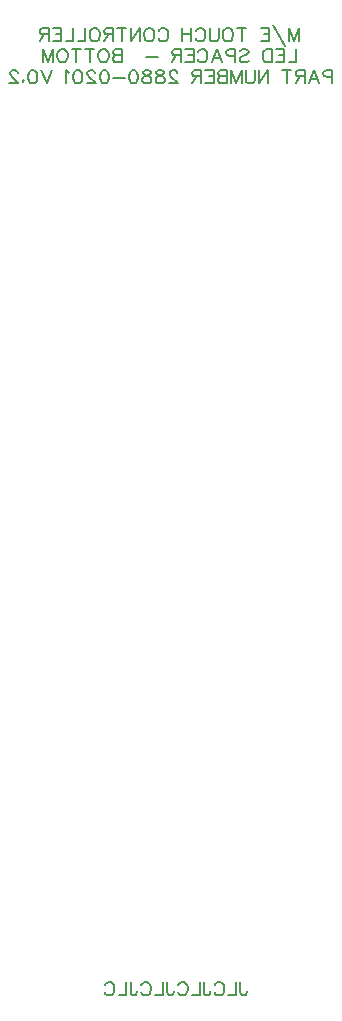
<source format=gbo>
G04 Layer: BottomSilkscreenLayer*
G04 EasyEDA v6.5.29, 2023-07-16 15:11:24*
G04 a3ca0482f5684a12bc140179fe400ff7,5a6b42c53f6a479593ecc07194224c93,10*
G04 Gerber Generator version 0.2*
G04 Scale: 100 percent, Rotated: No, Reflected: No *
G04 Dimensions in millimeters *
G04 leading zeros omitted , absolute positions ,4 integer and 5 decimal *
%FSLAX45Y45*%
%MOMM*%

%ADD10C,0.2032*%

%LPD*%
D10*
X13512800Y10877989D02*
G01*
X13512800Y10763445D01*
X13512800Y10877989D02*
G01*
X13469162Y10763445D01*
X13425528Y10877989D02*
G01*
X13469162Y10763445D01*
X13425528Y10877989D02*
G01*
X13425528Y10763445D01*
X13291345Y10899808D02*
G01*
X13389528Y10725264D01*
X13255345Y10877989D02*
G01*
X13255345Y10763445D01*
X13255345Y10877989D02*
G01*
X13184436Y10877989D01*
X13255345Y10823445D02*
G01*
X13211710Y10823445D01*
X13255345Y10763445D02*
G01*
X13184436Y10763445D01*
X13026255Y10877989D02*
G01*
X13026255Y10763445D01*
X13064436Y10877989D02*
G01*
X12988074Y10877989D01*
X12919346Y10877989D02*
G01*
X12930256Y10872536D01*
X12941165Y10861626D01*
X12946618Y10850717D01*
X12952074Y10834354D01*
X12952074Y10807082D01*
X12946618Y10790717D01*
X12941165Y10779808D01*
X12930256Y10768898D01*
X12919346Y10763445D01*
X12897528Y10763445D01*
X12886618Y10768898D01*
X12875709Y10779808D01*
X12870256Y10790717D01*
X12864800Y10807082D01*
X12864800Y10834354D01*
X12870256Y10850717D01*
X12875709Y10861626D01*
X12886618Y10872536D01*
X12897528Y10877989D01*
X12919346Y10877989D01*
X12828800Y10877989D02*
G01*
X12828800Y10796173D01*
X12823347Y10779808D01*
X12812438Y10768898D01*
X12796072Y10763445D01*
X12785166Y10763445D01*
X12768800Y10768898D01*
X12757891Y10779808D01*
X12752438Y10796173D01*
X12752438Y10877989D01*
X12634620Y10850717D02*
G01*
X12640073Y10861626D01*
X12650983Y10872536D01*
X12661892Y10877989D01*
X12683710Y10877989D01*
X12694620Y10872536D01*
X12705529Y10861626D01*
X12710982Y10850717D01*
X12716438Y10834354D01*
X12716438Y10807082D01*
X12710982Y10790717D01*
X12705529Y10779808D01*
X12694620Y10768898D01*
X12683710Y10763445D01*
X12661892Y10763445D01*
X12650983Y10768898D01*
X12640073Y10779808D01*
X12634620Y10790717D01*
X12598620Y10877989D02*
G01*
X12598620Y10763445D01*
X12522255Y10877989D02*
G01*
X12522255Y10763445D01*
X12598620Y10823445D02*
G01*
X12522255Y10823445D01*
X12320437Y10850717D02*
G01*
X12325893Y10861626D01*
X12336802Y10872536D01*
X12347712Y10877989D01*
X12369530Y10877989D01*
X12380437Y10872536D01*
X12391346Y10861626D01*
X12396802Y10850717D01*
X12402256Y10834354D01*
X12402256Y10807082D01*
X12396802Y10790717D01*
X12391346Y10779808D01*
X12380437Y10768898D01*
X12369530Y10763445D01*
X12347712Y10763445D01*
X12336802Y10768898D01*
X12325893Y10779808D01*
X12320437Y10790717D01*
X12251712Y10877989D02*
G01*
X12262619Y10872536D01*
X12273528Y10861626D01*
X12278984Y10850717D01*
X12284438Y10834354D01*
X12284438Y10807082D01*
X12278984Y10790717D01*
X12273528Y10779808D01*
X12262619Y10768898D01*
X12251712Y10763445D01*
X12229894Y10763445D01*
X12218984Y10768898D01*
X12208075Y10779808D01*
X12202619Y10790717D01*
X12197166Y10807082D01*
X12197166Y10834354D01*
X12202619Y10850717D01*
X12208075Y10861626D01*
X12218984Y10872536D01*
X12229894Y10877989D01*
X12251712Y10877989D01*
X12161166Y10877989D02*
G01*
X12161166Y10763445D01*
X12161166Y10877989D02*
G01*
X12084801Y10763445D01*
X12084801Y10877989D02*
G01*
X12084801Y10763445D01*
X12010621Y10877989D02*
G01*
X12010621Y10763445D01*
X12048802Y10877989D02*
G01*
X11972439Y10877989D01*
X11936440Y10877989D02*
G01*
X11936440Y10763445D01*
X11936440Y10877989D02*
G01*
X11887349Y10877989D01*
X11870984Y10872536D01*
X11865531Y10867082D01*
X11860075Y10856173D01*
X11860075Y10845264D01*
X11865531Y10834354D01*
X11870984Y10828898D01*
X11887349Y10823445D01*
X11936440Y10823445D01*
X11898256Y10823445D02*
G01*
X11860075Y10763445D01*
X11791348Y10877989D02*
G01*
X11802257Y10872536D01*
X11813166Y10861626D01*
X11818622Y10850717D01*
X11824075Y10834354D01*
X11824075Y10807082D01*
X11818622Y10790717D01*
X11813166Y10779808D01*
X11802257Y10768898D01*
X11791348Y10763445D01*
X11769531Y10763445D01*
X11758622Y10768898D01*
X11747713Y10779808D01*
X11742257Y10790717D01*
X11736804Y10807082D01*
X11736804Y10834354D01*
X11742257Y10850717D01*
X11747713Y10861626D01*
X11758622Y10872536D01*
X11769531Y10877989D01*
X11791348Y10877989D01*
X11700804Y10877989D02*
G01*
X11700804Y10763445D01*
X11700804Y10763445D02*
G01*
X11635348Y10763445D01*
X11599349Y10877989D02*
G01*
X11599349Y10763445D01*
X11599349Y10763445D02*
G01*
X11533893Y10763445D01*
X11497894Y10877989D02*
G01*
X11497894Y10763445D01*
X11497894Y10877989D02*
G01*
X11426985Y10877989D01*
X11497894Y10823445D02*
G01*
X11454259Y10823445D01*
X11497894Y10763445D02*
G01*
X11426985Y10763445D01*
X11390985Y10877989D02*
G01*
X11390985Y10763445D01*
X11390985Y10877989D02*
G01*
X11341895Y10877989D01*
X11325532Y10872536D01*
X11320076Y10867082D01*
X11314623Y10856173D01*
X11314623Y10845264D01*
X11320076Y10834354D01*
X11325532Y10828898D01*
X11341895Y10823445D01*
X11390985Y10823445D01*
X11352804Y10823445D02*
G01*
X11314623Y10763445D01*
X13792200Y10522389D02*
G01*
X13792200Y10407845D01*
X13792200Y10522389D02*
G01*
X13743109Y10522389D01*
X13726746Y10516936D01*
X13721290Y10511482D01*
X13715837Y10500573D01*
X13715837Y10484208D01*
X13721290Y10473299D01*
X13726746Y10467845D01*
X13743109Y10462389D01*
X13792200Y10462389D01*
X13636200Y10522389D02*
G01*
X13679835Y10407845D01*
X13636200Y10522389D02*
G01*
X13592563Y10407845D01*
X13663472Y10446026D02*
G01*
X13608928Y10446026D01*
X13556564Y10522389D02*
G01*
X13556564Y10407845D01*
X13556564Y10522389D02*
G01*
X13507473Y10522389D01*
X13491110Y10516936D01*
X13485655Y10511482D01*
X13480200Y10500573D01*
X13480200Y10489664D01*
X13485655Y10478754D01*
X13491110Y10473299D01*
X13507473Y10467845D01*
X13556564Y10467845D01*
X13518382Y10467845D02*
G01*
X13480200Y10407845D01*
X13406018Y10522389D02*
G01*
X13406018Y10407845D01*
X13444200Y10522389D02*
G01*
X13367837Y10522389D01*
X13247837Y10522389D02*
G01*
X13247837Y10407845D01*
X13247837Y10522389D02*
G01*
X13171474Y10407845D01*
X13171474Y10522389D02*
G01*
X13171474Y10407845D01*
X13135472Y10522389D02*
G01*
X13135472Y10440573D01*
X13130019Y10424208D01*
X13119110Y10413299D01*
X13102747Y10407845D01*
X13091838Y10407845D01*
X13075472Y10413299D01*
X13064566Y10424208D01*
X13059110Y10440573D01*
X13059110Y10522389D01*
X13023110Y10522389D02*
G01*
X13023110Y10407845D01*
X13023110Y10522389D02*
G01*
X12979473Y10407845D01*
X12935838Y10522389D02*
G01*
X12979473Y10407845D01*
X12935838Y10522389D02*
G01*
X12935838Y10407845D01*
X12899837Y10522389D02*
G01*
X12899837Y10407845D01*
X12899837Y10522389D02*
G01*
X12850746Y10522389D01*
X12834383Y10516936D01*
X12828930Y10511482D01*
X12823474Y10500573D01*
X12823474Y10489664D01*
X12828930Y10478754D01*
X12834383Y10473299D01*
X12850746Y10467845D01*
X12899837Y10467845D02*
G01*
X12850746Y10467845D01*
X12834383Y10462389D01*
X12828930Y10456936D01*
X12823474Y10446026D01*
X12823474Y10429664D01*
X12828930Y10418754D01*
X12834383Y10413299D01*
X12850746Y10407845D01*
X12899837Y10407845D01*
X12787475Y10522389D02*
G01*
X12787475Y10407845D01*
X12787475Y10522389D02*
G01*
X12716565Y10522389D01*
X12787475Y10467845D02*
G01*
X12743837Y10467845D01*
X12787475Y10407845D02*
G01*
X12716565Y10407845D01*
X12680566Y10522389D02*
G01*
X12680566Y10407845D01*
X12680566Y10522389D02*
G01*
X12631475Y10522389D01*
X12615110Y10516936D01*
X12609657Y10511482D01*
X12604201Y10500573D01*
X12604201Y10489664D01*
X12609657Y10478754D01*
X12615110Y10473299D01*
X12631475Y10467845D01*
X12680566Y10467845D01*
X12642385Y10467845D02*
G01*
X12604201Y10407845D01*
X12478748Y10495117D02*
G01*
X12478748Y10500573D01*
X12473292Y10511482D01*
X12467838Y10516936D01*
X12456929Y10522389D01*
X12435111Y10522389D01*
X12424201Y10516936D01*
X12418748Y10511482D01*
X12413292Y10500573D01*
X12413292Y10489664D01*
X12418748Y10478754D01*
X12429657Y10462389D01*
X12484201Y10407845D01*
X12407839Y10407845D01*
X12344567Y10522389D02*
G01*
X12360930Y10516936D01*
X12366383Y10506026D01*
X12366383Y10495117D01*
X12360930Y10484208D01*
X12350021Y10478754D01*
X12328202Y10473299D01*
X12311839Y10467845D01*
X12300930Y10456936D01*
X12295474Y10446026D01*
X12295474Y10429664D01*
X12300930Y10418754D01*
X12306383Y10413299D01*
X12322749Y10407845D01*
X12344567Y10407845D01*
X12360930Y10413299D01*
X12366383Y10418754D01*
X12371839Y10429664D01*
X12371839Y10446026D01*
X12366383Y10456936D01*
X12355474Y10467845D01*
X12339111Y10473299D01*
X12317293Y10478754D01*
X12306383Y10484208D01*
X12300930Y10495117D01*
X12300930Y10506026D01*
X12306383Y10516936D01*
X12322749Y10522389D01*
X12344567Y10522389D01*
X12232203Y10522389D02*
G01*
X12248565Y10516936D01*
X12254021Y10506026D01*
X12254021Y10495117D01*
X12248565Y10484208D01*
X12237656Y10478754D01*
X12215840Y10473299D01*
X12199475Y10467845D01*
X12188565Y10456936D01*
X12183112Y10446026D01*
X12183112Y10429664D01*
X12188565Y10418754D01*
X12194021Y10413299D01*
X12210384Y10407845D01*
X12232203Y10407845D01*
X12248565Y10413299D01*
X12254021Y10418754D01*
X12259475Y10429664D01*
X12259475Y10446026D01*
X12254021Y10456936D01*
X12243112Y10467845D01*
X12226749Y10473299D01*
X12204931Y10478754D01*
X12194021Y10484208D01*
X12188565Y10495117D01*
X12188565Y10506026D01*
X12194021Y10516936D01*
X12210384Y10522389D01*
X12232203Y10522389D01*
X12114385Y10522389D02*
G01*
X12130747Y10516936D01*
X12141657Y10500573D01*
X12147113Y10473299D01*
X12147113Y10456936D01*
X12141657Y10429664D01*
X12130747Y10413299D01*
X12114385Y10407845D01*
X12103475Y10407845D01*
X12087113Y10413299D01*
X12076203Y10429664D01*
X12070748Y10456936D01*
X12070748Y10473299D01*
X12076203Y10500573D01*
X12087113Y10516936D01*
X12103475Y10522389D01*
X12114385Y10522389D01*
X12034748Y10456936D02*
G01*
X11936567Y10456936D01*
X11867840Y10522389D02*
G01*
X11884202Y10516936D01*
X11895112Y10500573D01*
X11900568Y10473299D01*
X11900568Y10456936D01*
X11895112Y10429664D01*
X11884202Y10413299D01*
X11867840Y10407845D01*
X11856930Y10407845D01*
X11840568Y10413299D01*
X11829658Y10429664D01*
X11824202Y10456936D01*
X11824202Y10473299D01*
X11829658Y10500573D01*
X11840568Y10516936D01*
X11856930Y10522389D01*
X11867840Y10522389D01*
X11782750Y10495117D02*
G01*
X11782750Y10500573D01*
X11777294Y10511482D01*
X11771840Y10516936D01*
X11760931Y10522389D01*
X11739112Y10522389D01*
X11728203Y10516936D01*
X11722750Y10511482D01*
X11717294Y10500573D01*
X11717294Y10489664D01*
X11722750Y10478754D01*
X11733659Y10462389D01*
X11788203Y10407845D01*
X11711840Y10407845D01*
X11643113Y10522389D02*
G01*
X11659476Y10516936D01*
X11670385Y10500573D01*
X11675841Y10473299D01*
X11675841Y10456936D01*
X11670385Y10429664D01*
X11659476Y10413299D01*
X11643113Y10407845D01*
X11632204Y10407845D01*
X11615841Y10413299D01*
X11604932Y10429664D01*
X11599476Y10456936D01*
X11599476Y10473299D01*
X11604932Y10500573D01*
X11615841Y10516936D01*
X11632204Y10522389D01*
X11643113Y10522389D01*
X11563477Y10500573D02*
G01*
X11552567Y10506026D01*
X11536205Y10522389D01*
X11536205Y10407845D01*
X11416205Y10522389D02*
G01*
X11372568Y10407845D01*
X11328933Y10522389D02*
G01*
X11372568Y10407845D01*
X11260206Y10522389D02*
G01*
X11276568Y10516936D01*
X11287478Y10500573D01*
X11292931Y10473299D01*
X11292931Y10456936D01*
X11287478Y10429664D01*
X11276568Y10413299D01*
X11260206Y10407845D01*
X11249296Y10407845D01*
X11232931Y10413299D01*
X11222022Y10429664D01*
X11216568Y10456936D01*
X11216568Y10473299D01*
X11222022Y10500573D01*
X11232931Y10516936D01*
X11249296Y10522389D01*
X11260206Y10522389D01*
X11175113Y10435117D02*
G01*
X11180569Y10429664D01*
X11175113Y10424208D01*
X11169660Y10429664D01*
X11175113Y10435117D01*
X11128204Y10495117D02*
G01*
X11128204Y10500573D01*
X11122751Y10511482D01*
X11117295Y10516936D01*
X11106386Y10522389D01*
X11084570Y10522389D01*
X11073660Y10516936D01*
X11068204Y10511482D01*
X11062751Y10500573D01*
X11062751Y10489664D01*
X11068204Y10478754D01*
X11079114Y10462389D01*
X11133660Y10407845D01*
X11057295Y10407845D01*
X13013690Y2800857D02*
G01*
X13013690Y2713481D01*
X13019277Y2697226D01*
X13024611Y2691637D01*
X13035534Y2686304D01*
X13046456Y2686304D01*
X13057377Y2691637D01*
X13062965Y2697226D01*
X13068300Y2713481D01*
X13068300Y2724404D01*
X12977875Y2800857D02*
G01*
X12977875Y2686304D01*
X12977875Y2686304D02*
G01*
X12912343Y2686304D01*
X12794488Y2773426D02*
G01*
X12799822Y2784347D01*
X12810743Y2795270D01*
X12821665Y2800857D01*
X12843509Y2800857D01*
X12854431Y2795270D01*
X12865354Y2784347D01*
X12870941Y2773426D01*
X12876275Y2757170D01*
X12876275Y2729992D01*
X12870941Y2713481D01*
X12865354Y2702560D01*
X12854431Y2691637D01*
X12843509Y2686304D01*
X12821665Y2686304D01*
X12810743Y2691637D01*
X12799822Y2702560D01*
X12794488Y2713481D01*
X12704063Y2800857D02*
G01*
X12704063Y2713481D01*
X12709397Y2697226D01*
X12714731Y2691637D01*
X12725654Y2686304D01*
X12736575Y2686304D01*
X12747497Y2691637D01*
X12753086Y2697226D01*
X12758420Y2713481D01*
X12758420Y2724404D01*
X12667995Y2800857D02*
G01*
X12667995Y2686304D01*
X12667995Y2686304D02*
G01*
X12602463Y2686304D01*
X12484608Y2773426D02*
G01*
X12490195Y2784347D01*
X12501118Y2795270D01*
X12512040Y2800857D01*
X12533629Y2800857D01*
X12544552Y2795270D01*
X12555474Y2784347D01*
X12561061Y2773426D01*
X12566395Y2757170D01*
X12566395Y2729992D01*
X12561061Y2713481D01*
X12555474Y2702560D01*
X12544552Y2691637D01*
X12533629Y2686304D01*
X12512040Y2686304D01*
X12501118Y2691637D01*
X12490195Y2702560D01*
X12484608Y2713481D01*
X12394184Y2800857D02*
G01*
X12394184Y2713481D01*
X12399518Y2697226D01*
X12405106Y2691637D01*
X12416027Y2686304D01*
X12426950Y2686304D01*
X12437872Y2691637D01*
X12443206Y2697226D01*
X12448540Y2713481D01*
X12448540Y2724404D01*
X12358115Y2800857D02*
G01*
X12358115Y2686304D01*
X12358115Y2686304D02*
G01*
X12292584Y2686304D01*
X12174727Y2773426D02*
G01*
X12180315Y2784347D01*
X12191238Y2795270D01*
X12202159Y2800857D01*
X12224004Y2800857D01*
X12234925Y2795270D01*
X12245847Y2784347D01*
X12251181Y2773426D01*
X12256770Y2757170D01*
X12256770Y2729992D01*
X12251181Y2713481D01*
X12245847Y2702560D01*
X12234925Y2691637D01*
X12224004Y2686304D01*
X12202159Y2686304D01*
X12191238Y2691637D01*
X12180315Y2702560D01*
X12174727Y2713481D01*
X12084304Y2800857D02*
G01*
X12084304Y2713481D01*
X12089638Y2697226D01*
X12095225Y2691637D01*
X12106147Y2686304D01*
X12117070Y2686304D01*
X12127991Y2691637D01*
X12133325Y2697226D01*
X12138913Y2713481D01*
X12138913Y2724404D01*
X12048236Y2800857D02*
G01*
X12048236Y2686304D01*
X12048236Y2686304D02*
G01*
X11982958Y2686304D01*
X11865102Y2773426D02*
G01*
X11870436Y2784347D01*
X11881358Y2795270D01*
X11892279Y2800857D01*
X11914124Y2800857D01*
X11925045Y2795270D01*
X11935968Y2784347D01*
X11941302Y2773426D01*
X11946890Y2757170D01*
X11946890Y2729992D01*
X11941302Y2713481D01*
X11935968Y2702560D01*
X11925045Y2691637D01*
X11914124Y2686304D01*
X11892279Y2686304D01*
X11881358Y2691637D01*
X11870436Y2702560D01*
X11865102Y2713481D01*
X13487400Y10700189D02*
G01*
X13487400Y10585645D01*
X13487400Y10585645D02*
G01*
X13421946Y10585645D01*
X13385944Y10700189D02*
G01*
X13385944Y10585645D01*
X13385944Y10700189D02*
G01*
X13315035Y10700189D01*
X13385944Y10645645D02*
G01*
X13342310Y10645645D01*
X13385944Y10585645D02*
G01*
X13315035Y10585645D01*
X13279036Y10700189D02*
G01*
X13279036Y10585645D01*
X13279036Y10700189D02*
G01*
X13240854Y10700189D01*
X13224492Y10694736D01*
X13213582Y10683826D01*
X13208127Y10672917D01*
X13202673Y10656554D01*
X13202673Y10629282D01*
X13208127Y10612917D01*
X13213582Y10602008D01*
X13224492Y10591098D01*
X13240854Y10585645D01*
X13279036Y10585645D01*
X13006311Y10683826D02*
G01*
X13017218Y10694736D01*
X13033583Y10700189D01*
X13055401Y10700189D01*
X13071764Y10694736D01*
X13082673Y10683826D01*
X13082673Y10672917D01*
X13077217Y10662008D01*
X13071764Y10656554D01*
X13060855Y10651098D01*
X13028127Y10640189D01*
X13017218Y10634736D01*
X13011764Y10629282D01*
X13006311Y10618373D01*
X13006311Y10602008D01*
X13017218Y10591098D01*
X13033583Y10585645D01*
X13055401Y10585645D01*
X13071764Y10591098D01*
X13082673Y10602008D01*
X12970309Y10700189D02*
G01*
X12970309Y10585645D01*
X12970309Y10700189D02*
G01*
X12921218Y10700189D01*
X12904856Y10694736D01*
X12899400Y10689282D01*
X12893946Y10678373D01*
X12893946Y10662008D01*
X12899400Y10651098D01*
X12904856Y10645645D01*
X12921218Y10640189D01*
X12970309Y10640189D01*
X12814310Y10700189D02*
G01*
X12857947Y10585645D01*
X12814310Y10700189D02*
G01*
X12770672Y10585645D01*
X12841582Y10623826D02*
G01*
X12787038Y10623826D01*
X12652855Y10672917D02*
G01*
X12658310Y10683826D01*
X12669220Y10694736D01*
X12680129Y10700189D01*
X12701948Y10700189D01*
X12712854Y10694736D01*
X12723764Y10683826D01*
X12729220Y10672917D01*
X12734673Y10656554D01*
X12734673Y10629282D01*
X12729220Y10612917D01*
X12723764Y10602008D01*
X12712854Y10591098D01*
X12701948Y10585645D01*
X12680129Y10585645D01*
X12669220Y10591098D01*
X12658310Y10602008D01*
X12652855Y10612917D01*
X12616855Y10700189D02*
G01*
X12616855Y10585645D01*
X12616855Y10700189D02*
G01*
X12545946Y10700189D01*
X12616855Y10645645D02*
G01*
X12573220Y10645645D01*
X12616855Y10585645D02*
G01*
X12545946Y10585645D01*
X12509947Y10700189D02*
G01*
X12509947Y10585645D01*
X12509947Y10700189D02*
G01*
X12460856Y10700189D01*
X12444493Y10694736D01*
X12439037Y10689282D01*
X12433584Y10678373D01*
X12433584Y10667464D01*
X12439037Y10656554D01*
X12444493Y10651098D01*
X12460856Y10645645D01*
X12509947Y10645645D01*
X12471765Y10645645D02*
G01*
X12433584Y10585645D01*
X12313584Y10634736D02*
G01*
X12215403Y10634736D01*
X12011403Y10700189D02*
G01*
X12011403Y10585645D01*
X12011403Y10700189D02*
G01*
X11962312Y10700189D01*
X11945947Y10694736D01*
X11940494Y10689282D01*
X11935038Y10678373D01*
X11935038Y10667464D01*
X11940494Y10656554D01*
X11945947Y10651098D01*
X11962312Y10645645D01*
X12011403Y10645645D02*
G01*
X11962312Y10645645D01*
X11945947Y10640189D01*
X11940494Y10634736D01*
X11935038Y10623826D01*
X11935038Y10607464D01*
X11940494Y10596554D01*
X11945947Y10591098D01*
X11962312Y10585645D01*
X12011403Y10585645D01*
X11866313Y10700189D02*
G01*
X11877220Y10694736D01*
X11888129Y10683826D01*
X11893585Y10672917D01*
X11899038Y10656554D01*
X11899038Y10629282D01*
X11893585Y10612917D01*
X11888129Y10602008D01*
X11877220Y10591098D01*
X11866313Y10585645D01*
X11844494Y10585645D01*
X11833585Y10591098D01*
X11822676Y10602008D01*
X11817220Y10612917D01*
X11811767Y10629282D01*
X11811767Y10656554D01*
X11817220Y10672917D01*
X11822676Y10683826D01*
X11833585Y10694736D01*
X11844494Y10700189D01*
X11866313Y10700189D01*
X11737586Y10700189D02*
G01*
X11737586Y10585645D01*
X11775767Y10700189D02*
G01*
X11699402Y10700189D01*
X11625221Y10700189D02*
G01*
X11625221Y10585645D01*
X11663403Y10700189D02*
G01*
X11587040Y10700189D01*
X11518313Y10700189D02*
G01*
X11529222Y10694736D01*
X11540131Y10683826D01*
X11545585Y10672917D01*
X11551041Y10656554D01*
X11551041Y10629282D01*
X11545585Y10612917D01*
X11540131Y10602008D01*
X11529222Y10591098D01*
X11518313Y10585645D01*
X11496494Y10585645D01*
X11485585Y10591098D01*
X11474676Y10602008D01*
X11469222Y10612917D01*
X11463766Y10629282D01*
X11463766Y10656554D01*
X11469222Y10672917D01*
X11474676Y10683826D01*
X11485585Y10694736D01*
X11496494Y10700189D01*
X11518313Y10700189D01*
X11427767Y10700189D02*
G01*
X11427767Y10585645D01*
X11427767Y10700189D02*
G01*
X11384132Y10585645D01*
X11340495Y10700189D02*
G01*
X11384132Y10585645D01*
X11340495Y10700189D02*
G01*
X11340495Y10585645D01*
M02*

</source>
